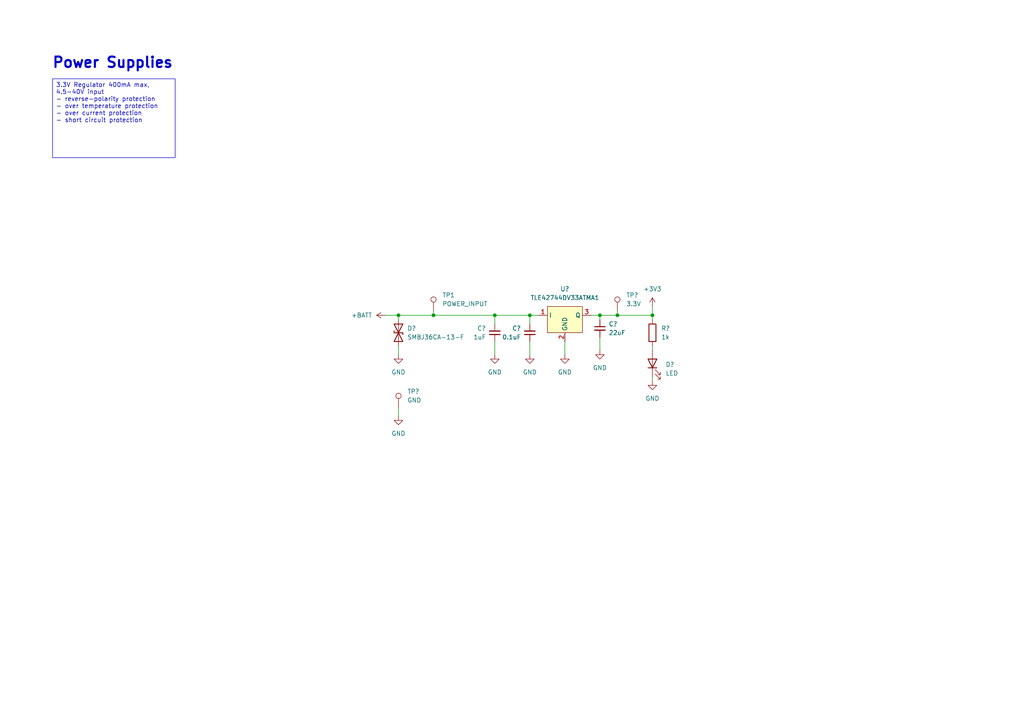
<source format=kicad_sch>
(kicad_sch (version 20250114) (generator "eeschema") (generator_version "9.0")
  (paper "A4")
  (lib_symbols
    (symbol "Connector:TestPoint" (pin_numbers (hide yes)) (pin_names (offset 0.762) (hide yes))
      (property "Reference" "TP" (at 0 6.858 0))
      (property "Value" "TestPoint" (at 0 5.08 0))
      (symbol "TestPoint_0_1"
        (circle (center 0 3.302) (radius 0.762))
      )
      (symbol "TestPoint_1_1"
        (pin passive line (at 0 0 90) (length 2.54) (name "1") (number "1"))
      )
    )
    (symbol "Device:C_Small" (pin_numbers (hide yes)) (pin_names (offset 0.254) (hide yes))
      (property "Reference" "C" (at 0.254 1.778 0))
      (property "Value" "C_Small" (at 0.254 -2.032 0))
      (symbol "C_Small_0_1"
        (polyline (pts (xy -1.524 0.508) (xy 1.524 0.508)) (stroke (width 0.3048)))
        (polyline (pts (xy -1.524 -0.508) (xy 1.524 -0.508)) (stroke (width 0.3302)))
      )
      (symbol "C_Small_1_1"
        (pin passive line (at 0 2.54 270) (length 2.032) (name "~") (number "1"))
        (pin passive line (at 0 -2.54 90) (length 2.032) (name "~") (number "2"))
      )
    )
    (symbol "Device:D_TVS" (pin_numbers (hide yes)) (pin_names (offset 1.016) (hide yes))
      (property "Reference" "D" (at 0 2.54 0))
      (property "Value" "D_TVS" (at 0 -2.54 0))
      (symbol "D_TVS_0_1"
        (polyline (pts (xy -2.54 1.27) (xy -2.54 -1.27) (xy 2.54 1.27) (xy 2.54 -1.27) (xy -2.54 1.27)) (stroke (width 0.254)))
        (polyline (pts (xy 0.508 1.27) (xy 0 1.27) (xy 0 -1.27) (xy -0.508 -1.27)) (stroke (width 0.254)))
        (polyline (pts (xy 1.27 0) (xy -1.27 0)))
      )
      (symbol "D_TVS_1_1"
        (pin passive line (at -3.81 0 0) (length 2.54) (name "A1") (number "1"))
        (pin passive line (at 3.81 0 180) (length 2.54) (name "A2") (number "2"))
      )
    )
    (symbol "Device:LED" (pin_numbers (hide yes)) (pin_names (offset 1.016) (hide yes))
      (property "Reference" "D" (at 0 2.54 0))
      (property "Value" "LED" (at 0 -2.54 0))
      (symbol "LED_0_1"
        (polyline (pts (xy -3.048 -0.762) (xy -4.572 -2.286) (xy -3.81 -2.286) (xy -4.572 -2.286) (xy -4.572 -1.524)))
        (polyline (pts (xy -1.778 -0.762) (xy -3.302 -2.286) (xy -2.54 -2.286) (xy -3.302 -2.286) (xy -3.302 -1.524)))
        (polyline (pts (xy -1.27 0) (xy 1.27 0)))
        (polyline (pts (xy -1.27 -1.27) (xy -1.27 1.27)) (stroke (width 0.254)))
        (polyline (pts (xy 1.27 -1.27) (xy 1.27 1.27) (xy -1.27 0) (xy 1.27 -1.27)) (stroke (width 0.254)))
      )
      (symbol "LED_1_1"
        (pin passive line (at -3.81 0 0) (length 2.54) (name "K") (number "1"))
        (pin passive line (at 3.81 0 180) (length 2.54) (name "A") (number "2"))
      )
    )
    (symbol "Device:R" (pin_numbers (hide yes)) (pin_names (offset 0))
      (property "Reference" "R" (at 2.032 0 90))
      (property "Value" "R" (at 0 0 90))
      (symbol "R_0_1"
        (rectangle (start -1.016 -2.54) (end 1.016 2.54) (stroke (width 0.254)))
      )
      (symbol "R_1_1"
        (pin passive line (at 0 3.81 270) (length 1.27) (name "~") (number "1"))
        (pin passive line (at 0 -3.81 90) (length 1.27) (name "~") (number "2"))
      )
    )
    (symbol "canbus_tire_temp_sensor:TLE42744DV33ATMA1"
      (property "Reference" "U" (at 3.81 -5.08 0))
      (property "Value" "TLE42744DV33ATMA1" (at 0 5.08 0))
      (symbol "TLE42744DV33ATMA1_0_0"
        (pin power_out line (at -7.62 1.27 0) (length 2.54) (name "I") (number "1"))
        (pin power_out line (at 0 -6.35 90) (length 2.54) (name "GND") (number "2"))
        (pin power_out line (at 7.62 1.27 180) (length 2.54) (name "Q") (number "3"))
      )
      (symbol "TLE42744DV33ATMA1_0_1"
        (rectangle (start -5.08 3.81) (end 5.08 -3.81) (fill (type background)))
      )
    )
    (symbol "power:+3.3V" (power) (pin_names (offset 0))
      (property "Value" "+3.3V" (at 0 3.556 0))
      (symbol "+3.3V_0_1"
        (polyline (pts (xy -0.762 1.27) (xy 0 2.54)))
        (polyline (pts (xy 0 2.54) (xy 0.762 1.27)))
        (polyline (pts (xy 0 0) (xy 0 2.54)))
      )
      (symbol "+3.3V_1_1"
        (pin power_in line (at 0 0 90) (length 0) (hide yes) (name "+3V3") (number "1"))
      )
    )
    (symbol "power:+BATT" (power) (pin_numbers (hide yes)) (pin_names (offset 0) (hide yes))
      (property "Value" "+BATT" (at 0 3.556 0))
      (symbol "+BATT_0_1"
        (polyline (pts (xy -0.762 1.27) (xy 0 2.54)))
        (polyline (pts (xy 0 2.54) (xy 0.762 1.27)))
        (polyline (pts (xy 0 0) (xy 0 2.54)))
      )
      (symbol "+BATT_1_1"
        (pin power_in line (at 0 0 90) (length 0) (name "~") (number "1"))
      )
    )
    (symbol "power:GND" (power) (pin_names (offset 0))
      (property "Value" "GND" (at 0 -3.81 0))
      (symbol "GND_0_1"
        (polyline (pts (xy 0 0) (xy 0 -1.27) (xy 1.27 -1.27) (xy 0 -2.54) (xy -1.27 -1.27) (xy 0 -1.27)))
      )
      (symbol "GND_1_1"
        (pin power_in line (at 0 0 270) (length 0) (hide yes) (name "GND") (number "1"))
      )
    )
  )
  (text "Power Supplies" (at 14.986 20.066 0) (effects (font (size 3 3) (thickness 0.6) (bold yes)) (justify left bottom)))
  (text_box "3.3V Regulator 400mA max, 4.5-40V input\n- reverse-polarity protection\n- over temperature protection\n- over current protection\n- short circuit protection" (at 15.24 22.86 0) (size 35.56 22.86) (margins 0.9525 0.9525 0.9525 0.9525) (effects (font (size 1.27 1.27)) (justify left top)))
  (junction (at 115.57 91.44))
  (junction (at 153.67 91.44))
  (junction (at 179.07 91.44))
  (junction (at 173.99 91.44))
  (junction (at 189.23 91.44))
  (junction (at 125.73 91.44))
  (junction (at 143.51 91.44))
  (wire (pts (xy 179.07 90.17) (xy 179.07 91.44)))
  (wire (pts (xy 115.57 91.44) (xy 115.57 92.71)))
  (wire (pts (xy 143.51 93.98) (xy 143.51 91.44)))
  (wire (pts (xy 115.57 91.44) (xy 125.73 91.44)))
  (wire (pts (xy 173.99 92.71) (xy 173.99 91.44)))
  (wire (pts (xy 189.23 109.22) (xy 189.23 110.49)))
  (wire (pts (xy 111.76 91.44) (xy 115.57 91.44)))
  (wire (pts (xy 189.23 91.44) (xy 189.23 92.71)))
  (wire (pts (xy 173.99 91.44) (xy 171.45 91.44)))
  (wire (pts (xy 189.23 88.9) (xy 189.23 91.44)))
  (wire (pts (xy 125.73 90.17) (xy 125.73 91.44)))
  (wire (pts (xy 115.57 118.11) (xy 115.57 120.65)))
  (wire (pts (xy 125.73 91.44) (xy 143.51 91.44)))
  (wire (pts (xy 153.67 93.98) (xy 153.67 91.44)))
  (wire (pts (xy 143.51 91.44) (xy 153.67 91.44)))
  (wire (pts (xy 163.83 99.06) (xy 163.83 102.87)))
  (wire (pts (xy 153.67 91.44) (xy 156.21 91.44)))
  (wire (pts (xy 115.57 100.33) (xy 115.57 102.87)))
  (wire (pts (xy 173.99 97.79) (xy 173.99 101.6)))
  (wire (pts (xy 173.99 91.44) (xy 179.07 91.44)))
  (wire (pts (xy 179.07 91.44) (xy 189.23 91.44)))
  (wire (pts (xy 189.23 100.33) (xy 189.23 101.6)))
  (wire (pts (xy 153.67 99.06) (xy 153.67 102.87)))
  (wire (pts (xy 143.51 99.06) (xy 143.51 102.87)))
  (symbol (lib_id "power:GND") (at 153.67 102.87 0) (unit 1)
    (property "Reference" "#PWR?" (effects (hide yes)))
    (property "Value" "GND" (at 153.67 107.95 0))
  )
  (symbol (lib_id "Device:R") (at 189.23 96.52 0) (unit 1)
    (property "Reference" "R?" (at 191.77 95.2499 0) (effects (justify left)))
    (property "Value" "1k" (at 191.77 97.7899 0) (effects (justify left)))
    (property "Footprint" "Resistor_SMD:R_0603_1608Metric" (effects (hide yes)))
  )
  (symbol (lib_id "power:+BATT") (at 111.76 91.44 90) (unit 1)
    (property "Reference" "#PWR049" (effects (hide yes)))
    (property "Value" "+BATT" (at 107.95 91.4399 90) (effects (justify left)))
    (property "Description" "Power symbol creates a global label with name \"+BATT\"" (effects (hide yes)))
  )
  (symbol (lib_id "Device:C_Small") (at 153.67 96.52 0) (mirror x) (unit 1)
    (property "Reference" "C?" (at 151.13 95.2435 0) (effects (justify right)))
    (property "Value" "0.1uF" (at 151.13 97.79 0) (effects (justify right)))
    (property "Footprint" "Capacitor_SMD:C_0603_1608Metric" (effects (hide yes)))
  )
  (symbol (lib_id "power:+3.3V") (at 189.23 88.9 0) (unit 1)
    (property "Reference" "#PWR?" (effects (hide yes)))
    (property "Value" "+3V3" (at 189.23 83.82 0))
  )
  (symbol (lib_id "power:GND") (at 163.83 102.87 0) (unit 1)
    (property "Reference" "#PWR?" (effects (hide yes)))
    (property "Value" "GND" (at 163.83 107.95 0))
  )
  (symbol (lib_id "power:GND") (at 115.57 120.65 0) (unit 1)
    (property "Reference" "#PWR?" (effects (hide yes)))
    (property "Value" "GND" (at 115.57 125.73 0))
  )
  (symbol (lib_id "power:GND") (at 173.99 101.6 0) (unit 1)
    (property "Reference" "#PWR?" (effects (hide yes)))
    (property "Value" "GND" (at 173.99 106.68 0))
  )
  (symbol (lib_id "power:GND") (at 189.23 110.49 0) (unit 1)
    (property "Reference" "#PWR?" (effects (hide yes)))
    (property "Value" "GND" (at 189.23 115.57 0))
  )
  (symbol (lib_id "Device:D_TVS") (at 115.57 96.52 270) (unit 1)
    (property "Reference" "D?" (at 118.11 95.2499 90) (effects (justify left)))
    (property "Value" "SMBJ36CA-13-F" (at 118.11 97.7899 90) (effects (justify left)))
    (property "Footprint" "Diode_SMD:D_SMB" (effects (hide yes)))
  )
  (symbol (lib_id "power:GND") (at 115.57 102.87 0) (unit 1)
    (property "Reference" "#PWR?" (effects (hide yes)))
    (property "Value" "GND" (at 115.57 107.95 0))
  )
  (symbol (lib_id "Device:C_Small") (at 143.51 96.52 0) (mirror x) (unit 1)
    (property "Reference" "C?" (at 140.97 95.2435 0) (effects (justify right)))
    (property "Value" "1uF" (at 140.97 97.7835 0) (effects (justify right)))
    (property "Footprint" "Capacitor_SMD:C_0603_1608Metric" (effects (hide yes)))
  )
  (symbol (lib_id "Device:LED") (at 189.23 105.41 90) (unit 1)
    (property "Reference" "D?" (at 193.04 105.7274 90) (effects (justify right)))
    (property "Value" "LED" (at 193.04 108.2674 90) (effects (justify right)))
    (property "Footprint" "LED_SMD:LED_0603_1608Metric" (effects (hide yes)))
  )
  (symbol (lib_id "Device:C_Small") (at 173.99 95.25 0) (mirror y) (unit 1)
    (property "Reference" "C?" (at 176.53 93.9862 0) (effects (justify right)))
    (property "Value" "22uF" (at 176.53 96.5262 0) (effects (justify right)))
    (property "Footprint" "Capacitor_SMD:C_0805_2012Metric" (effects (hide yes)))
  )
  (symbol (lib_id "power:GND") (at 143.51 102.87 0) (unit 1)
    (property "Reference" "#PWR?" (effects (hide yes)))
    (property "Value" "GND" (at 143.51 107.95 0))
  )
  (symbol (lib_id "Connector:TestPoint") (at 179.07 90.17 0) (unit 1)
    (property "Reference" "TP?" (at 181.61 85.5979 0) (effects (justify left)))
    (property "Value" "3.3V" (at 181.61 88.1379 0) (effects (justify left)))
    (property "Footprint" "TestPoint:TestPoint_Pad_D2.0mm" (effects (hide yes)))
  )
  (symbol (lib_id "canbus_tire_temp_sensor:TLE42744DV33ATMA1") (at 163.83 92.71 0) (unit 1)
    (property "Reference" "U?" (at 163.83 83.82 0))
    (property "Value" "TLE42744DV33ATMA1" (at 163.83 86.36 0))
    (property "Footprint" "Package_TO_SOT_SMD:TO-252-3_TabPin2" (effects (hide yes)))
  )
  (symbol (lib_id "Connector:TestPoint") (at 115.57 118.11 0) (unit 1)
    (property "Reference" "TP?" (at 118.11 113.5379 0) (effects (justify left)))
    (property "Value" "GND" (at 118.11 116.0779 0) (effects (justify left)))
    (property "Footprint" "TestPoint:TestPoint_Pad_D2.0mm" (effects (hide yes)))
  )
  (symbol (lib_id "Connector:TestPoint") (at 125.73 90.17 0) (unit 1)
    (property "Reference" "TP1" (at 128.27 85.5979 0) (effects (justify left)))
    (property "Value" "POWER_INPUT" (at 128.27 88.1379 0) (effects (justify left)))
    (property "Footprint" "TestPoint:TestPoint_Pad_D2.0mm" (effects (hide yes)))
  )
)
</source>
